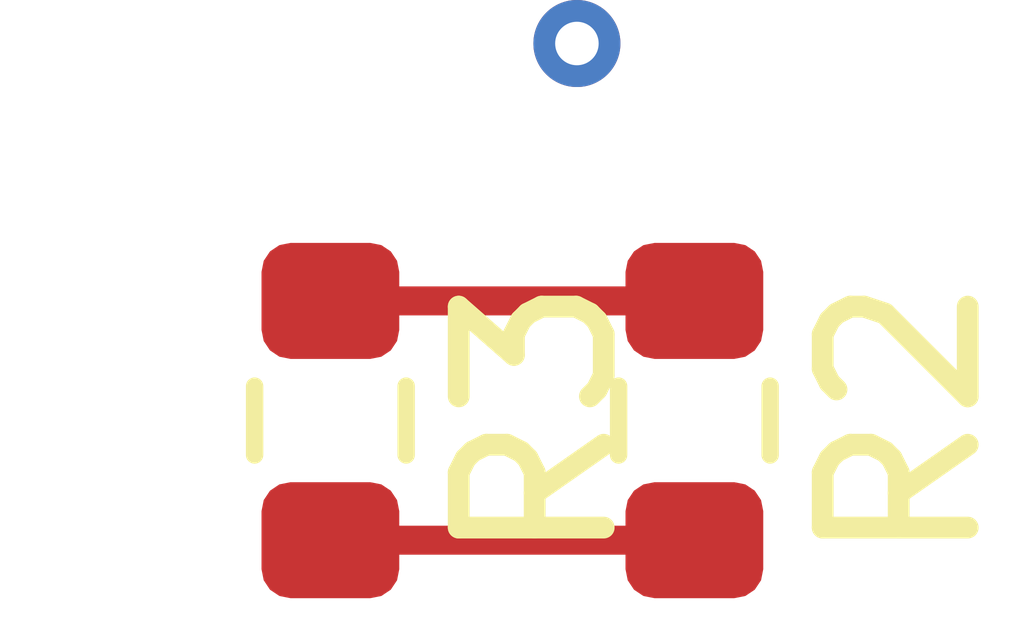
<source format=kicad_pcb>
(kicad_pcb (version 20241229) (generator "pcbnew") (generator_version "9.0")
  (layers (0 "F.Cu" signal) (2 "B.Cu" signal) (13 "F.Paste" user) (15 "B.Paste" user) (5 "F.SilkS" user "F.Silkscreen") (7 "B.SilkS" user "B.Silkscreen") (1 "F.Mask" user) (3 "B.Mask" user) (25 "Edge.Cuts" user))
  (net 0 "")
  (net 1 "GND")
  (net 2 "Net-(R2-Pad1)")
  (footprint "Resistor_SMD:R_0603_1608Metric" (layer "F.Cu") (at 129 102.2 -90)
    (property "Reference" "R3" (at 0 -1.43 90) (layer "F.SilkS"))
    (property "Value" "R")
    (fp_line (start -0.237258 0.5225) (end 0.237258 0.5225) (stroke (width 0.12)) (layer "F.SilkS"))
    (fp_line (start -0.237258 -0.5225) (end 0.237258 -0.5225) (stroke (width 0.12)) (layer "F.SilkS"))
    (pad "1" smd roundrect (at -0.825 0 270) (size 0.8 0.95) (layers "F.Cu" "F.Mask" "F.Paste") (net 2 "Net-(R2-Pad1)"))
    (pad "2" smd roundrect (at 0.825 0 270) (size 0.8 0.95) (layers "F.Cu" "F.Mask" "F.Paste") (net 1 "GND"))
  )
  (footprint "Resistor_SMD:R_0603_1608Metric" (layer "F.Cu") (at 131.51 102.2 -90)
    (property "Reference" "R2" (at 0 -1.43 90) (layer "F.SilkS"))
    (property "Value" "R")
    (fp_line (start -0.237258 0.5225) (end 0.237258 0.5225) (stroke (width 0.12)) (layer "F.SilkS"))
    (fp_line (start -0.237258 -0.5225) (end 0.237258 -0.5225) (stroke (width 0.12)) (layer "F.SilkS"))
    (pad "1" smd roundrect (at -0.825 0 270) (size 0.8 0.95) (layers "F.Cu" "F.Mask" "F.Paste") (net 2 "Net-(R2-Pad1)"))
    (pad "2" smd roundrect (at 0.825 0 270) (size 0.8 0.95) (layers "F.Cu" "F.Mask" "F.Paste") (net 1 "GND"))
  )
  (via (at 130.7 99.6) (size 0.6) (drill 0.3) (layers "F.Cu" "B.Cu") (net 0))
  (segment (start 129 103.025) (end 131.51 103.025) (width 0.2) (layer "F.Cu") (net 1))
  (segment (start 129 101.375) (end 131.51 101.375) (width 0.2) (layer "F.Cu") (net 2))
)
</source>
